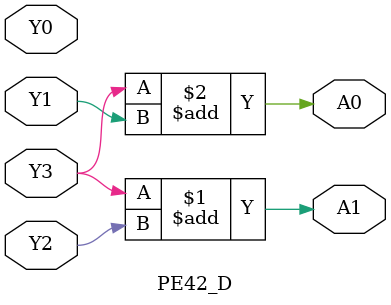
<source format=v>
`timescale 1ns / 1ps
module PE42_D(A0,A1,Y0,Y1,Y2,Y3);
input Y0,Y1,Y2,Y3;
output A0,A1;
assign A1=Y3+Y2;
assign A0=Y3+Y1;
endmodule

</source>
